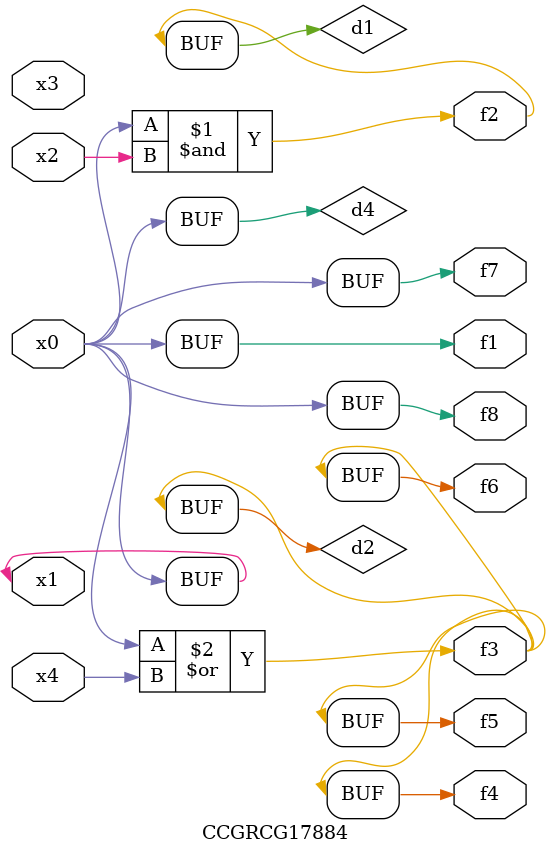
<source format=v>
module CCGRCG17884(
	input x0, x1, x2, x3, x4,
	output f1, f2, f3, f4, f5, f6, f7, f8
);

	wire d1, d2, d3, d4;

	and (d1, x0, x2);
	or (d2, x0, x4);
	nand (d3, x0, x2);
	buf (d4, x0, x1);
	assign f1 = d4;
	assign f2 = d1;
	assign f3 = d2;
	assign f4 = d2;
	assign f5 = d2;
	assign f6 = d2;
	assign f7 = d4;
	assign f8 = d4;
endmodule

</source>
